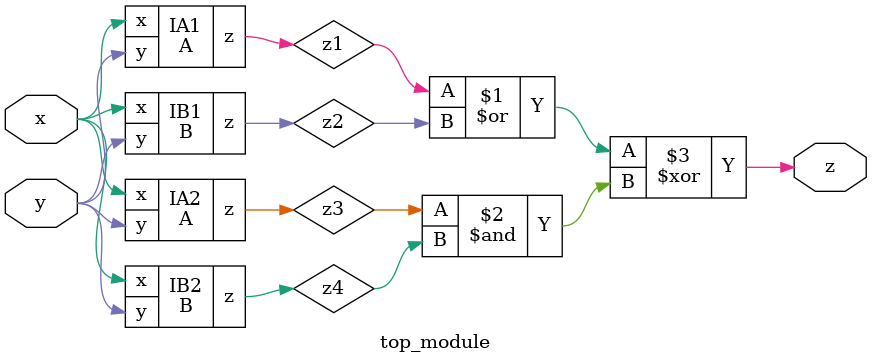
<source format=v>
module A (input x, input y, output z);
    assign z = (x^y) & x;
endmodule

module B ( input x, input y, output z );
    wire [2-1:0] tmp = {x, y};
    assign z =  (tmp == 2'b00) ? 1 :
                (tmp == 2'b10) ? 0 :
                (tmp == 2'b01) ? 0 :
                                 1 ;
endmodule

module top_module (input x, input y, output z);
    wire z1, z2, z3, z4;
    A IA1(.x(x), .y(y), .z(z1));
    B IB1(.x(x), .y(y), .z(z2));
    A IA2(.x(x), .y(y), .z(z3));
    B IB2(.x(x), .y(y), .z(z4));

    assign z = (z1 | z2) ^ (z3 & z4);
endmodule

</source>
